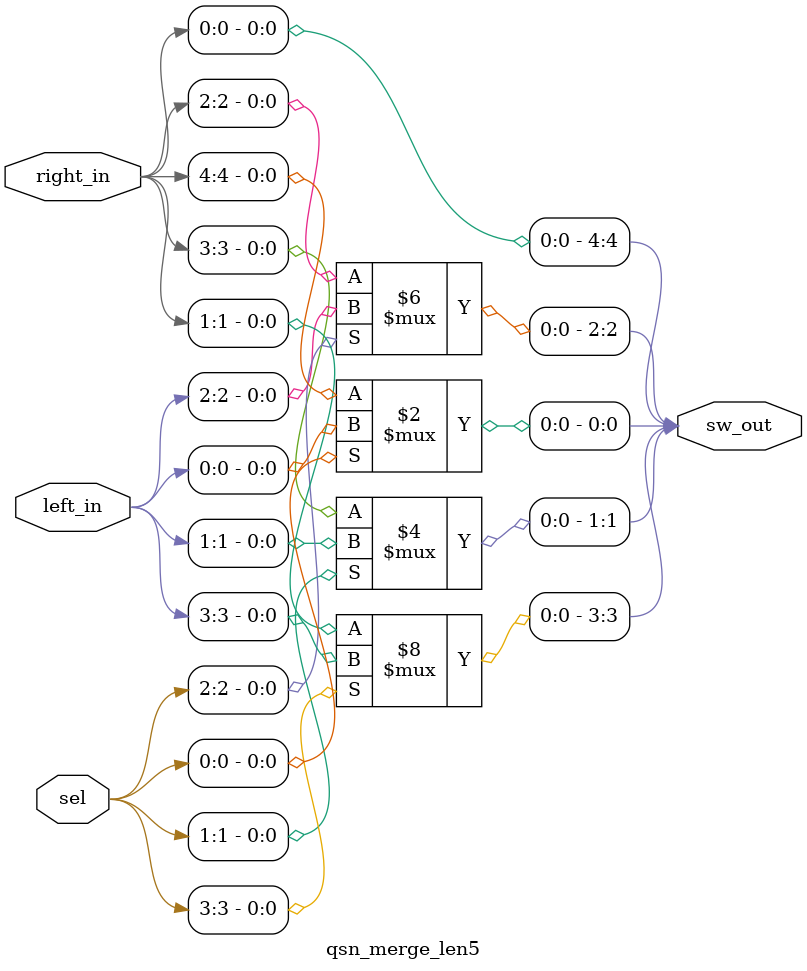
<source format=v>
module qsn_merge_len5 (
	output wire [4:0] sw_out,

	input wire [3:0] left_in,
	input wire [4:0] right_in,
	input wire [3:0] sel
);

	assign sw_out[0] = (sel[0] == 1'b0) ? right_in[4] : left_in[0];
	assign sw_out[1] = (sel[1] == 1'b0) ? right_in[3] : left_in[1];
	assign sw_out[2] = (sel[2] == 1'b0) ? right_in[2] : left_in[2];
	assign sw_out[3] = (sel[3] == 1'b0) ? right_in[1] : left_in[3];
	assign sw_out[4] = right_in[0];
endmodule
</source>
